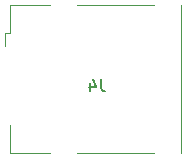
<source format=gbo>
%TF.GenerationSoftware,KiCad,Pcbnew,9.0.7*%
%TF.CreationDate,2026-02-07T20:34:06-05:00*%
%TF.ProjectId,USB-Cellular-Modem,5553422d-4365-46c6-9c75-6c61722d4d6f,V1.2*%
%TF.SameCoordinates,Original*%
%TF.FileFunction,Legend,Bot*%
%TF.FilePolarity,Positive*%
%FSLAX46Y46*%
G04 Gerber Fmt 4.6, Leading zero omitted, Abs format (unit mm)*
G04 Created by KiCad (PCBNEW 9.0.7) date 2026-02-07 20:34:06*
%MOMM*%
%LPD*%
G01*
G04 APERTURE LIST*
%ADD10C,0.150000*%
%ADD11C,0.120000*%
G04 APERTURE END LIST*
D10*
X45253333Y-47074819D02*
X45253333Y-47789104D01*
X45253333Y-47789104D02*
X45300952Y-47931961D01*
X45300952Y-47931961D02*
X45396190Y-48027200D01*
X45396190Y-48027200D02*
X45539047Y-48074819D01*
X45539047Y-48074819D02*
X45634285Y-48074819D01*
X44348571Y-47408152D02*
X44348571Y-48074819D01*
X44586666Y-47027200D02*
X44824761Y-47741485D01*
X44824761Y-47741485D02*
X44205714Y-47741485D01*
D11*
X37140000Y-43110000D02*
X37140000Y-44200000D01*
X37540000Y-40740000D02*
X40940000Y-40740000D01*
X37540000Y-43110000D02*
X37140000Y-43110000D01*
X37540000Y-43110000D02*
X37540000Y-40740000D01*
X37540000Y-53260000D02*
X37540000Y-50890000D01*
X37540000Y-53260000D02*
X40940000Y-53260000D01*
X43260000Y-40740000D02*
X49740000Y-40740000D01*
X43260000Y-53260000D02*
X49740000Y-53260000D01*
X52060000Y-40740000D02*
X52060000Y-53260000D01*
M02*

</source>
